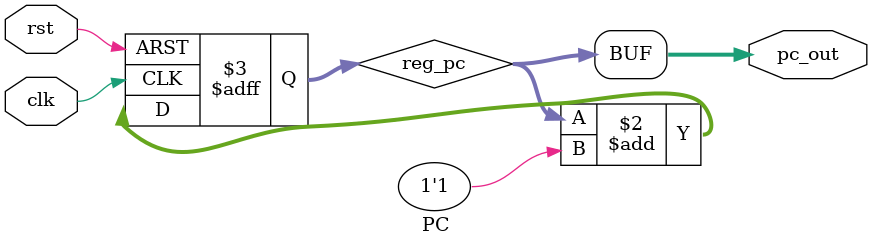
<source format=v>
module PC(
	clk, 			//clock da memoria	
	rst, 			//sinal de reset
	pc_out		//output do contador
	);

	//----- Portas In -----

	input clk, rst;
	
	//----- Portas Out -----
	
	output [9:0] pc_out; // A mempória de programa possui 1kword logo 2^10 = 1024
	
	//----- Registro -----
	
	reg [9:0] reg_pc; // A mempória de programa possui 1kword logo 2^10 = 1024

	//----- Código -----
	
	always@(posedge clk or posedge rst)
	begin 
		if(rst)
			reg_pc <= 0; 	
		else
			reg_pc <= reg_pc + 1'b1; //Anda um endereço a cada clock
	end

	assign pc_out = reg_pc;

endmodule
	

</source>
